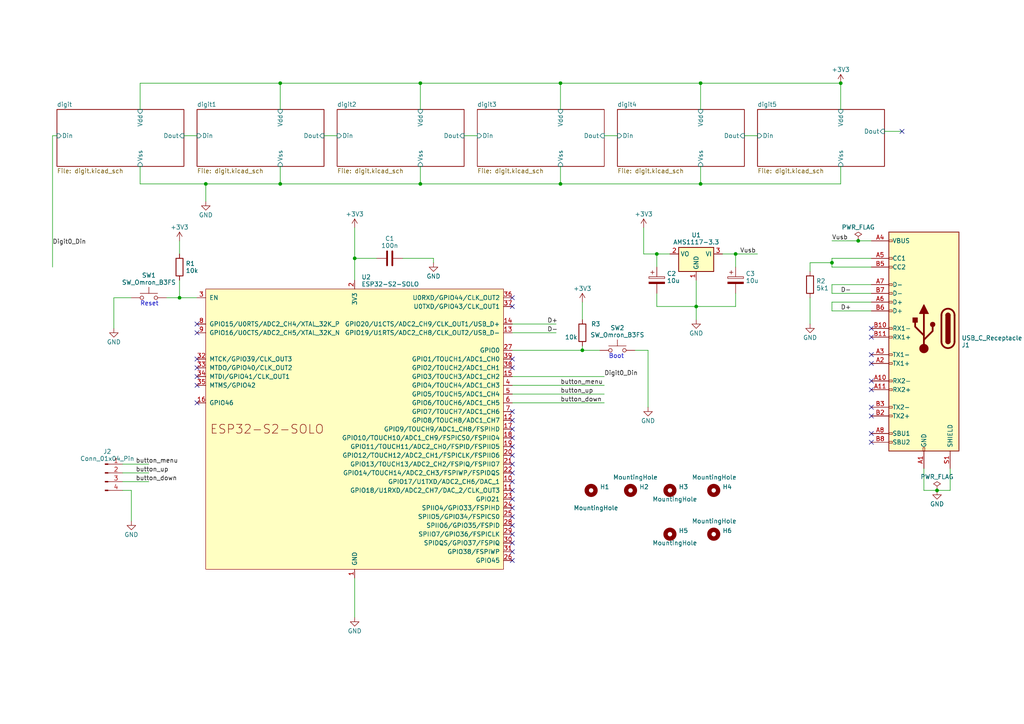
<source format=kicad_sch>
(kicad_sch (version 20230121) (generator eeschema)
  (paper "A4")
  (lib_symbols
    (symbol "Connector:Conn_01x04_Pin" (pin_names (offset 1.016) hide)
      (property "Reference" "J" (at 0 5.08 0))
      (property "Value" "Conn_01x04_Pin" (at 0 -7.62 0))
      (symbol "Conn_01x04_Pin_1_1"
        (polyline (pts (xy 1.27 -5.08) (xy 0.8636 -5.08)) (stroke (width 0.1524)))
        (polyline (pts (xy 1.27 -2.54) (xy 0.8636 -2.54)) (stroke (width 0.1524)))
        (polyline (pts (xy 1.27 0) (xy 0.8636 0)) (stroke (width 0.1524)))
        (polyline (pts (xy 1.27 2.54) (xy 0.8636 2.54)) (stroke (width 0.1524)))
        (rectangle (start 0.8636 -4.953) (end 0 -5.207) (stroke (width 0.1524)) (fill (type outline)))
        (rectangle (start 0.8636 -2.413) (end 0 -2.667) (stroke (width 0.1524)) (fill (type outline)))
        (rectangle (start 0.8636 0.127) (end 0 -0.127) (stroke (width 0.1524)) (fill (type outline)))
        (rectangle (start 0.8636 2.667) (end 0 2.413) (stroke (width 0.1524)) (fill (type outline)))
        (pin passive line (at 5.08 2.54 180) (length 3.81) (name "Pin_1") (number "1"))
        (pin passive line (at 5.08 0 180) (length 3.81) (name "Pin_2") (number "2"))
        (pin passive line (at 5.08 -2.54 180) (length 3.81) (name "Pin_3") (number "3"))
        (pin passive line (at 5.08 -5.08 180) (length 3.81) (name "Pin_4") (number "4"))
      )
    )
    (symbol "Connector:USB_C_Receptacle" (pin_names (offset 1.016))
      (property "Reference" "J" (at -10.16 29.21 0))
      (property "Value" "USB_C_Receptacle" (at 10.16 29.21 0))
      (symbol "USB_C_Receptacle_0_0"
        (rectangle (start -0.254 -35.56) (end 0.254 -34.544))
        (rectangle (start 10.16 -32.766) (end 9.144 -33.274))
        (rectangle (start 10.16 -30.226) (end 9.144 -30.734))
        (rectangle (start 10.16 -25.146) (end 9.144 -25.654))
        (rectangle (start 10.16 -22.606) (end 9.144 -23.114))
        (rectangle (start 10.16 -17.526) (end 9.144 -18.034))
        (rectangle (start 10.16 -14.986) (end 9.144 -15.494))
        (rectangle (start 10.16 -9.906) (end 9.144 -10.414))
        (rectangle (start 10.16 -7.366) (end 9.144 -7.874))
        (rectangle (start 10.16 -2.286) (end 9.144 -2.794))
        (rectangle (start 10.16 0.254) (end 9.144 -0.254))
        (rectangle (start 10.16 5.334) (end 9.144 4.826))
        (rectangle (start 10.16 7.874) (end 9.144 7.366))
        (rectangle (start 10.16 10.414) (end 9.144 9.906))
        (rectangle (start 10.16 12.954) (end 9.144 12.446))
        (rectangle (start 10.16 18.034) (end 9.144 17.526))
        (rectangle (start 10.16 20.574) (end 9.144 20.066))
        (rectangle (start 10.16 25.654) (end 9.144 25.146))
      )
      (symbol "USB_C_Receptacle_0_1"
        (rectangle (start -10.16 27.94) (end 10.16 -35.56) (stroke (width 0.254)) (fill (type background)))
        (arc (start -8.89 -3.81) (mid -6.985 -5.7067) (end -5.08 -3.81) (stroke (width 0.508)))
        (arc (start -7.62 -3.81) (mid -6.985 -4.4423) (end -6.35 -3.81) (stroke (width 0.254)))
        (arc (start -7.62 -3.81) (mid -6.985 -4.4423) (end -6.35 -3.81) (stroke (width 0.254)) (fill (type outline)))
        (rectangle (start -7.62 -3.81) (end -6.35 3.81) (stroke (width 0.254)) (fill (type outline)))
        (arc (start -6.35 3.81) (mid -6.985 4.4423) (end -7.62 3.81) (stroke (width 0.254)))
        (arc (start -6.35 3.81) (mid -6.985 4.4423) (end -7.62 3.81) (stroke (width 0.254)) (fill (type outline)))
        (arc (start -5.08 3.81) (mid -6.985 5.7067) (end -8.89 3.81) (stroke (width 0.508)))
        (polyline (pts (xy -8.89 -3.81) (xy -8.89 3.81)) (stroke (width 0.508)))
        (polyline (pts (xy -5.08 3.81) (xy -5.08 -3.81)) (stroke (width 0.508)))
      )
      (symbol "USB_C_Receptacle_1_1"
        (circle (center -2.54 1.143) (radius 0.635) (stroke (width 0.254)) (fill (type outline)))
        (circle (center 0 -5.842) (radius 1.27) (fill (type outline)))
        (polyline (pts (xy 0 -5.842) (xy 0 4.318)) (stroke (width 0.508)))
        (polyline (pts (xy 0 -3.302) (xy -2.54 -0.762) (xy -2.54 0.508)) (stroke (width 0.508)))
        (polyline (pts (xy 0 -2.032) (xy 2.54 0.508) (xy 2.54 1.778)) (stroke (width 0.508)))
        (polyline (pts (xy -1.27 4.318) (xy 0 6.858) (xy 1.27 4.318) (xy -1.27 4.318)) (stroke (width 0.254)) (fill (type outline)))
        (rectangle (start 1.905 1.778) (end 3.175 3.048) (stroke (width 0.254)) (fill (type outline)))
        (pin passive line (at 0 -40.64 90) (length 5.08) (name "GND") (number "A1"))
        (pin bidirectional line (at 15.24 -15.24 180) (length 5.08) (name "RX2-") (number "A10"))
        (pin bidirectional line (at 15.24 -17.78 180) (length 5.08) (name "RX2+") (number "A11"))
        (pin passive line (at 0 -40.64 90) (length 5.08) hide (name "GND") (number "A12"))
        (pin bidirectional line (at 15.24 -10.16 180) (length 5.08) (name "TX1+") (number "A2"))
        (pin bidirectional line (at 15.24 -7.62 180) (length 5.08) (name "TX1-") (number "A3"))
        (pin passive line (at 15.24 25.4 180) (length 5.08) (name "VBUS") (number "A4"))
        (pin bidirectional line (at 15.24 20.32 180) (length 5.08) (name "CC1") (number "A5"))
        (pin bidirectional line (at 15.24 7.62 180) (length 5.08) (name "D+") (number "A6"))
        (pin bidirectional line (at 15.24 12.7 180) (length 5.08) (name "D-") (number "A7"))
        (pin bidirectional line (at 15.24 -30.48 180) (length 5.08) (name "SBU1") (number "A8"))
        (pin passive line (at 15.24 25.4 180) (length 5.08) hide (name "VBUS") (number "A9"))
        (pin passive line (at 0 -40.64 90) (length 5.08) hide (name "GND") (number "B1"))
        (pin bidirectional line (at 15.24 0 180) (length 5.08) (name "RX1-") (number "B10"))
        (pin bidirectional line (at 15.24 -2.54 180) (length 5.08) (name "RX1+") (number "B11"))
        (pin passive line (at 0 -40.64 90) (length 5.08) hide (name "GND") (number "B12"))
        (pin bidirectional line (at 15.24 -25.4 180) (length 5.08) (name "TX2+") (number "B2"))
        (pin bidirectional line (at 15.24 -22.86 180) (length 5.08) (name "TX2-") (number "B3"))
        (pin passive line (at 15.24 25.4 180) (length 5.08) hide (name "VBUS") (number "B4"))
        (pin bidirectional line (at 15.24 17.78 180) (length 5.08) (name "CC2") (number "B5"))
        (pin bidirectional line (at 15.24 5.08 180) (length 5.08) (name "D+") (number "B6"))
        (pin bidirectional line (at 15.24 10.16 180) (length 5.08) (name "D-") (number "B7"))
        (pin bidirectional line (at 15.24 -33.02 180) (length 5.08) (name "SBU2") (number "B8"))
        (pin passive line (at 15.24 25.4 180) (length 5.08) hide (name "VBUS") (number "B9"))
        (pin passive line (at -7.62 -40.64 90) (length 5.08) (name "SHIELD") (number "S1"))
      )
    )
    (symbol "Device:C" (pin_numbers hide) (pin_names (offset 0.254))
      (property "Reference" "C" (at 0.635 2.54 0))
      (property "Value" "C" (at 0.635 -2.54 0))
      (symbol "C_0_1"
        (polyline (pts (xy -2.032 -0.762) (xy 2.032 -0.762)) (stroke (width 0.508)))
        (polyline (pts (xy -2.032 0.762) (xy 2.032 0.762)) (stroke (width 0.508)))
      )
      (symbol "C_1_1"
        (pin passive line (at 0 3.81 270) (length 2.794) (name "~") (number "1"))
        (pin passive line (at 0 -3.81 90) (length 2.794) (name "~") (number "2"))
      )
    )
    (symbol "Device:C_Polarized" (pin_numbers hide) (pin_names (offset 0.254))
      (property "Reference" "C" (at 0.635 2.54 0))
      (property "Value" "C_Polarized" (at 0.635 -2.54 0))
      (symbol "C_Polarized_0_1"
        (rectangle (start -2.286 0.508) (end 2.286 1.016))
        (polyline (pts (xy -1.778 2.286) (xy -0.762 2.286)))
        (polyline (pts (xy -1.27 2.794) (xy -1.27 1.778)))
        (rectangle (start 2.286 -0.508) (end -2.286 -1.016) (fill (type outline)))
      )
      (symbol "C_Polarized_1_1"
        (pin passive line (at 0 3.81 270) (length 2.794) (name "~") (number "1"))
        (pin passive line (at 0 -3.81 90) (length 2.794) (name "~") (number "2"))
      )
    )
    (symbol "Device:R" (pin_numbers hide) (pin_names (offset 0))
      (property "Reference" "R" (at 2.032 0 90))
      (property "Value" "R" (at 0 0 90))
      (symbol "R_0_1"
        (rectangle (start -1.016 -2.54) (end 1.016 2.54) (stroke (width 0.254)))
      )
      (symbol "R_1_1"
        (pin passive line (at 0 3.81 270) (length 1.27) (name "~") (number "1"))
        (pin passive line (at 0 -3.81 90) (length 1.27) (name "~") (number "2"))
      )
    )
    (symbol "Espressif:ESP32-S2-SOLO" (pin_names (offset 1.016))
      (property "Reference" "U" (at -43.18 45.72 0))
      (property "Value" "ESP32-S2-SOLO" (at -43.18 43.18 0))
      (symbol "ESP32-S2-SOLO_0_1"
        (rectangle (start -43.18 40.64) (end 43.18 -40.64) (fill (type background)))
      )
      (symbol "ESP32-S2-SOLO_1_1"
        (text "ESP32-S2-SOLO" (at -25.4 0 0) (effects (font (size 2.54 2.54))))
        (pin power_in line (at 0 -43.18 90) (length 2.54) (name "GND") (number "1"))
        (pin bidirectional line (at 45.72 -15.24 180) (length 2.54) (name "GPIO17/U1TXD/ADC2_CH6/DAC_1") (number "10"))
        (pin bidirectional line (at 45.72 -17.78 180) (length 2.54) (name "GPIO18/U1RXD/ADC2_CH7/DAC_2/CLK_OUT3") (number "11"))
        (pin bidirectional line (at 45.72 2.54 180) (length 2.54) (name "GPIO8/TOUCH8/ADC1_CH7") (number "12"))
        (pin bidirectional line (at 45.72 27.94 180) (length 2.54) (name "GPIO19/U1RTS/ADC2_CH8/CLK_OUT2/USB_D-") (number "13"))
        (pin bidirectional line (at 45.72 30.48 180) (length 2.54) (name "GPIO20/U1CTS/ADC2_CH9/CLK_OUT1/USB_D+") (number "14"))
        (pin bidirectional line (at 45.72 15.24 180) (length 2.54) (name "GPIO3/TOUCH3/ADC1_CH2") (number "15"))
        (pin input line (at -45.72 7.62 0) (length 2.54) (name "GPIO46") (number "16"))
        (pin bidirectional line (at 45.72 0 180) (length 2.54) (name "GPIO9/TOUCH9/ADC1_CH8/FSPIHD") (number "17"))
        (pin bidirectional line (at 45.72 -2.54 180) (length 2.54) (name "GPIO10/TOUCH10/ADC1_CH9/FSPICS0/FSPIIO4") (number "18"))
        (pin bidirectional line (at 45.72 -5.08 180) (length 2.54) (name "GPIO11/TOUCH11/ADC2_CH0/FSPID/FSPIIO5") (number "19"))
        (pin power_in line (at 0 43.18 270) (length 2.54) (name "3V3") (number "2"))
        (pin bidirectional line (at 45.72 -7.62 180) (length 2.54) (name "GPIO12/TOUCH12/ADC2_CH1/FSPICLK/FSPIIO6") (number "20"))
        (pin bidirectional line (at 45.72 -10.16 180) (length 2.54) (name "GPIO13/TOUCH13/ADC2_CH2/FSPIQ/FSPIIO7") (number "21"))
        (pin bidirectional line (at 45.72 -12.7 180) (length 2.54) (name "GPIO14/TOUCH14/ADC2_CH3/FSPIWP/FSPIDQS") (number "22"))
        (pin bidirectional line (at 45.72 -20.32 180) (length 2.54) (name "GPIO21") (number "23"))
        (pin bidirectional line (at 45.72 -22.86 180) (length 2.54) (name "SPIIO4/GPIO33/FSPIHD") (number "24"))
        (pin bidirectional line (at 45.72 -25.4 180) (length 2.54) (name "SPIIO5/GPIO34/FSPICS0") (number "25"))
        (pin bidirectional line (at 45.72 -38.1 180) (length 2.54) (name "GPIO45") (number "26"))
        (pin bidirectional line (at 45.72 22.86 180) (length 2.54) (name "GPIO0") (number "27"))
        (pin bidirectional line (at 45.72 -27.94 180) (length 2.54) (name "SPIIO6/GPIO35/FSPID") (number "28"))
        (pin bidirectional line (at 45.72 -30.48 180) (length 2.54) (name "SPIIO7/GPIO36/FSPICLK") (number "29"))
        (pin bidirectional line (at -45.72 38.1 0) (length 2.54) (name "EN") (number "3"))
        (pin bidirectional line (at 45.72 -33.02 180) (length 2.54) (name "SPIDQS/GPIO37/FSPIQ") (number "30"))
        (pin bidirectional line (at 45.72 -35.56 180) (length 2.54) (name "GPIO38/FSPIWP") (number "31"))
        (pin bidirectional line (at -45.72 20.32 0) (length 2.54) (name "MTCK/GPIO39/CLK_OUT3") (number "32"))
        (pin bidirectional line (at -45.72 17.78 0) (length 2.54) (name "MTDO/GPIO40/CLK_OUT2") (number "33"))
        (pin bidirectional line (at -45.72 15.24 0) (length 2.54) (name "MTDI/GPIO41/CLK_OUT1") (number "34"))
        (pin bidirectional line (at -45.72 12.7 0) (length 2.54) (name "MTMS/GPIO42") (number "35"))
        (pin bidirectional line (at 45.72 38.1 180) (length 2.54) (name "U0RXD/GPIO44/CLK_OUT2") (number "36"))
        (pin bidirectional line (at 45.72 35.56 180) (length 2.54) (name "U0TXD/GPIO43/CLK_OUT1") (number "37"))
        (pin bidirectional line (at 45.72 17.78 180) (length 2.54) (name "GPIO2/TOUCH2/ADC1_CH1") (number "38"))
        (pin bidirectional line (at 45.72 20.32 180) (length 2.54) (name "GPIO1/TOUCH1/ADC1_CH0") (number "39"))
        (pin bidirectional line (at 45.72 12.7 180) (length 2.54) (name "GPIO4/TOUCH4/ADC1_CH3") (number "4"))
        (pin passive line (at 0 -43.18 90) (length 2.54) hide (name "GND") (number "40"))
        (pin passive line (at 0 -43.18 90) (length 2.54) hide (name "GND") (number "41"))
        (pin bidirectional line (at 45.72 10.16 180) (length 2.54) (name "GPIO5/TOUCH5/ADC1_CH4") (number "5"))
        (pin bidirectional line (at 45.72 7.62 180) (length 2.54) (name "GPIO6/TOUCH6/ADC1_CH5") (number "6"))
        (pin bidirectional line (at 45.72 5.08 180) (length 2.54) (name "GPIO7/TOUCH7/ADC1_CH6") (number "7"))
        (pin bidirectional line (at -45.72 30.48 0) (length 2.54) (name "GPIO15/U0RTS/ADC2_CH4/XTAL_32K_P") (number "8"))
        (pin bidirectional line (at -45.72 27.94 0) (length 2.54) (name "GPIO16/U0CTS/ADC2_CH5/XTAL_32K_N") (number "9"))
      )
    )
    (symbol "Mechanical:MountingHole" (pin_names (offset 1.016))
      (property "Reference" "H" (at 0 5.08 0))
      (property "Value" "MountingHole" (at 0 3.175 0))
      (symbol "MountingHole_0_1"
        (circle (center 0 0) (radius 1.27) (stroke (width 1.27)))
      )
    )
    (symbol "Regulator_Linear:AMS1117-3.3"
      (property "Reference" "U" (at -3.81 3.175 0))
      (property "Value" "AMS1117-3.3" (at 0 3.175 0))
      (symbol "AMS1117-3.3_0_1"
        (rectangle (start -5.08 -5.08) (end 5.08 1.905) (stroke (width 0.254)) (fill (type background)))
      )
      (symbol "AMS1117-3.3_1_1"
        (pin power_in line (at 0 -7.62 90) (length 2.54) (name "GND") (number "1"))
        (pin power_out line (at 7.62 0 180) (length 2.54) (name "VO") (number "2"))
        (pin power_in line (at -7.62 0 0) (length 2.54) (name "VI") (number "3"))
      )
    )
    (symbol "Switch:SW_Omron_B3FS" (pin_numbers hide) (pin_names (offset 1.016) hide)
      (property "Reference" "SW" (at 1.27 2.54 0))
      (property "Value" "SW_Omron_B3FS" (at 0 -1.524 0))
      (symbol "SW_Omron_B3FS_0_1"
        (circle (center -2.032 0) (radius 0.508))
        (polyline (pts (xy 0 1.27) (xy 0 3.048)))
        (polyline (pts (xy 2.54 1.27) (xy -2.54 1.27)))
        (circle (center 2.032 0) (radius 0.508))
        (pin passive line (at -5.08 0 0) (length 2.54) (name "1") (number "1"))
        (pin passive line (at 5.08 0 180) (length 2.54) (name "2") (number "2"))
      )
    )
    (symbol "power:+3V3" (power) (pin_names (offset 0))
      (property "Value" "+3V3" (at 0 3.556 0))
      (symbol "+3V3_0_1"
        (polyline (pts (xy -0.762 1.27) (xy 0 2.54)))
        (polyline (pts (xy 0 0) (xy 0 2.54)))
        (polyline (pts (xy 0 2.54) (xy 0.762 1.27)))
      )
      (symbol "+3V3_1_1"
        (pin power_in line (at 0 0 90) (length 0) hide (name "+3V3") (number "1"))
      )
    )
    (symbol "power:GND" (power) (pin_names (offset 0))
      (property "Value" "GND" (at 0 -3.81 0))
      (symbol "GND_0_1"
        (polyline (pts (xy 0 0) (xy 0 -1.27) (xy 1.27 -1.27) (xy 0 -2.54) (xy -1.27 -1.27) (xy 0 -1.27)))
      )
      (symbol "GND_1_1"
        (pin power_in line (at 0 0 270) (length 0) hide (name "GND") (number "1"))
      )
    )
    (symbol "power:PWR_FLAG" (power) (pin_numbers hide) (pin_names (offset 0) hide)
      (property "Value" "PWR_FLAG" (at 0 3.81 0))
      (symbol "PWR_FLAG_0_0"
        (pin power_out line (at 0 0 90) (length 0) (name "pwr") (number "1"))
      )
      (symbol "PWR_FLAG_0_1"
        (polyline (pts (xy 0 0) (xy 0 1.27) (xy -1.016 1.905) (xy 0 2.54) (xy 1.016 1.905) (xy 0 1.27)))
      )
    )
  )
  (junction (at 121.92 53.34))
  (junction (at 162.56 53.34))
  (junction (at 213.36 73.66))
  (junction (at 203.2 53.34))
  (junction (at 243.84 24.13))
  (junction (at 203.2 24.13))
  (junction (at 102.87 74.93))
  (junction (at 248.92 69.85))
  (junction (at 201.93 88.9))
  (junction (at 168.91 101.6))
  (junction (at 52.07 86.36))
  (junction (at 59.69 53.34))
  (junction (at 81.28 53.34))
  (junction (at 81.28 24.13))
  (junction (at 162.56 24.13))
  (junction (at 121.92 24.13))
  (junction (at 271.78 142.24))
  (junction (at 190.5 73.66))
  (junction (at 241.3 76.2))
  (no_connect (at 57.15 111.76))
  (no_connect (at 148.59 127))
  (no_connect (at 252.73 102.87))
  (no_connect (at 252.73 125.73))
  (no_connect (at 148.59 86.36))
  (no_connect (at 252.73 128.27))
  (no_connect (at 148.59 139.7))
  (no_connect (at 148.59 160.02))
  (no_connect (at 148.59 144.78))
  (no_connect (at 148.59 152.4))
  (no_connect (at 148.59 154.94))
  (no_connect (at 252.73 97.79))
  (no_connect (at 148.59 124.46))
  (no_connect (at 57.15 116.84))
  (no_connect (at 148.59 88.9))
  (no_connect (at 148.59 134.62))
  (no_connect (at 261.62 38.1))
  (no_connect (at 148.59 142.24))
  (no_connect (at 148.59 119.38))
  (no_connect (at 57.15 106.68))
  (no_connect (at 252.73 113.03))
  (no_connect (at 252.73 105.41))
  (no_connect (at 148.59 129.54))
  (no_connect (at 57.15 96.52))
  (no_connect (at 252.73 110.49))
  (no_connect (at 57.15 109.22))
  (no_connect (at 148.59 162.56))
  (no_connect (at 148.59 106.68))
  (no_connect (at 252.73 118.11))
  (no_connect (at 148.59 147.32))
  (no_connect (at 148.59 157.48))
  (no_connect (at 57.15 93.98))
  (no_connect (at 148.59 121.92))
  (no_connect (at 252.73 95.25))
  (no_connect (at 252.73 120.65))
  (no_connect (at 148.59 104.14))
  (no_connect (at 148.59 132.08))
  (no_connect (at 148.59 137.16))
  (no_connect (at 57.15 104.14))
  (no_connect (at 148.59 149.86))
  (wire (pts (xy 203.2 53.34) (xy 162.56 53.34)))
  (wire (pts (xy 40.64 24.13) (xy 81.28 24.13)))
  (wire (pts (xy 15.24 39.37) (xy 15.24 77.47)))
  (wire (pts (xy 241.3 87.63) (xy 252.73 87.63)))
  (wire (pts (xy 38.1 142.24) (xy 38.1 151.13)))
  (wire (pts (xy 121.92 31.75) (xy 121.92 24.13)))
  (wire (pts (xy 248.92 69.85) (xy 252.73 69.85)))
  (wire (pts (xy 40.64 53.34) (xy 59.69 53.34)))
  (wire (pts (xy 213.36 85.09) (xy 213.36 88.9)))
  (wire (pts (xy 234.95 76.2) (xy 241.3 76.2)))
  (wire (pts (xy 162.56 48.26) (xy 162.56 53.34)))
  (wire (pts (xy 168.91 87.63) (xy 168.91 92.71)))
  (wire (pts (xy 33.02 86.36) (xy 33.02 95.25)))
  (wire (pts (xy 241.3 74.93) (xy 241.3 76.2)))
  (wire (pts (xy 59.69 53.34) (xy 59.69 58.42)))
  (wire (pts (xy 121.92 24.13) (xy 81.28 24.13)))
  (wire (pts (xy 93.98 39.37) (xy 97.79 39.37)))
  (wire (pts (xy 186.69 66.04) (xy 186.69 73.66)))
  (wire (pts (xy 190.5 73.66) (xy 190.5 77.47)))
  (wire (pts (xy 267.97 135.89) (xy 267.97 142.24)))
  (wire (pts (xy 148.59 114.3) (xy 175.26 114.3)))
  (wire (pts (xy 40.64 48.26) (xy 40.64 53.34)))
  (wire (pts (xy 234.95 78.74) (xy 234.95 76.2)))
  (wire (pts (xy 59.69 53.34) (xy 81.28 53.34)))
  (wire (pts (xy 241.3 69.85) (xy 248.92 69.85)))
  (wire (pts (xy 35.56 137.16) (xy 43.18 137.16)))
  (wire (pts (xy 201.93 88.9) (xy 213.36 88.9)))
  (wire (pts (xy 35.56 134.62) (xy 43.18 134.62)))
  (wire (pts (xy 243.84 31.75) (xy 243.84 24.13)))
  (wire (pts (xy 213.36 73.66) (xy 219.71 73.66)))
  (wire (pts (xy 148.59 101.6) (xy 168.91 101.6)))
  (wire (pts (xy 252.73 74.93) (xy 241.3 74.93)))
  (wire (pts (xy 16.51 39.37) (xy 15.24 39.37)))
  (wire (pts (xy 102.87 74.93) (xy 102.87 81.28)))
  (wire (pts (xy 121.92 48.26) (xy 121.92 53.34)))
  (wire (pts (xy 52.07 81.28) (xy 52.07 86.36)))
  (wire (pts (xy 38.1 86.36) (xy 33.02 86.36)))
  (wire (pts (xy 271.78 142.24) (xy 275.59 142.24)))
  (wire (pts (xy 241.3 85.09) (xy 241.3 82.55)))
  (wire (pts (xy 35.56 139.7) (xy 43.18 139.7)))
  (wire (pts (xy 148.59 93.98) (xy 161.29 93.98)))
  (wire (pts (xy 209.55 73.66) (xy 213.36 73.66)))
  (wire (pts (xy 201.93 88.9) (xy 201.93 92.71)))
  (wire (pts (xy 203.2 24.13) (xy 162.56 24.13)))
  (wire (pts (xy 243.84 53.34) (xy 203.2 53.34)))
  (wire (pts (xy 35.56 142.24) (xy 38.1 142.24)))
  (wire (pts (xy 184.15 101.6) (xy 187.96 101.6)))
  (wire (pts (xy 162.56 24.13) (xy 121.92 24.13)))
  (wire (pts (xy 275.59 142.24) (xy 275.59 135.89)))
  (wire (pts (xy 194.31 73.66) (xy 190.5 73.66)))
  (wire (pts (xy 234.95 86.36) (xy 234.95 93.98)))
  (wire (pts (xy 148.59 109.22) (xy 175.26 109.22)))
  (wire (pts (xy 162.56 31.75) (xy 162.56 24.13)))
  (wire (pts (xy 121.92 53.34) (xy 81.28 53.34)))
  (wire (pts (xy 102.87 74.93) (xy 109.22 74.93)))
  (wire (pts (xy 175.26 39.37) (xy 179.07 39.37)))
  (wire (pts (xy 102.87 167.64) (xy 102.87 179.07)))
  (wire (pts (xy 168.91 101.6) (xy 173.99 101.6)))
  (wire (pts (xy 241.3 76.2) (xy 241.3 77.47)))
  (wire (pts (xy 190.5 73.66) (xy 186.69 73.66)))
  (wire (pts (xy 252.73 90.17) (xy 241.3 90.17)))
  (wire (pts (xy 102.87 66.04) (xy 102.87 74.93)))
  (wire (pts (xy 213.36 73.66) (xy 213.36 77.47)))
  (wire (pts (xy 190.5 88.9) (xy 201.93 88.9)))
  (wire (pts (xy 256.54 38.1) (xy 261.62 38.1)))
  (wire (pts (xy 116.84 74.93) (xy 125.73 74.93)))
  (wire (pts (xy 241.3 90.17) (xy 241.3 87.63)))
  (wire (pts (xy 203.2 48.26) (xy 203.2 53.34)))
  (wire (pts (xy 48.26 86.36) (xy 52.07 86.36)))
  (wire (pts (xy 125.73 74.93) (xy 125.73 76.2)))
  (wire (pts (xy 203.2 31.75) (xy 203.2 24.13)))
  (wire (pts (xy 190.5 85.09) (xy 190.5 88.9)))
  (wire (pts (xy 148.59 116.84) (xy 175.26 116.84)))
  (wire (pts (xy 215.9 39.37) (xy 219.71 39.37)))
  (wire (pts (xy 148.59 111.76) (xy 175.26 111.76)))
  (wire (pts (xy 81.28 24.13) (xy 81.28 31.75)))
  (wire (pts (xy 241.3 82.55) (xy 252.73 82.55)))
  (wire (pts (xy 201.93 81.28) (xy 201.93 88.9)))
  (wire (pts (xy 267.97 142.24) (xy 271.78 142.24)))
  (wire (pts (xy 40.64 31.75) (xy 40.64 24.13)))
  (wire (pts (xy 252.73 85.09) (xy 241.3 85.09)))
  (wire (pts (xy 243.84 24.13) (xy 203.2 24.13)))
  (wire (pts (xy 162.56 53.34) (xy 121.92 53.34)))
  (wire (pts (xy 168.91 100.33) (xy 168.91 101.6)))
  (wire (pts (xy 134.62 39.37) (xy 138.43 39.37)))
  (wire (pts (xy 52.07 69.85) (xy 52.07 73.66)))
  (wire (pts (xy 52.07 86.36) (xy 57.15 86.36)))
  (wire (pts (xy 187.96 101.6) (xy 187.96 118.11)))
  (wire (pts (xy 243.84 48.26) (xy 243.84 53.34)))
  (wire (pts (xy 53.34 39.37) (xy 57.15 39.37)))
  (wire (pts (xy 148.59 96.52) (xy 161.29 96.52)))
  (wire (pts (xy 81.28 53.34) (xy 81.28 48.26)))
  (wire (pts (xy 241.3 77.47) (xy 252.73 77.47)))
  (text "Reset" (at 40.64 88.9 0) (effects (font (size 1.27 1.27)) (justify left bottom)))
  (text "Boot" (at 176.53 104.14 0) (effects (font (size 1.27 1.27)) (justify left bottom)))
  (label "button_menu" (at 162.56 111.76 0))
  (label "D-" (at 243.84 85.09 0))
  (label "Vusb" (at 214.63 73.66 0))
  (label "button_down" (at 39.37 139.7 0))
  (label "Digit0_Din" (at 175.26 109.22 0))
  (label "button_menu" (at 39.37 134.62 0))
  (label "D-" (at 158.75 96.52 0))
  (label "Vusb" (at 241.3 69.85 0))
  (label "button_up" (at 39.37 137.16 0))
  (label "D+" (at 243.84 90.17 0))
  (label "Digit0_Din" (at 15.24 71.12 0))
  (label "button_down" (at 162.56 116.84 0))
  (label "D+" (at 158.75 93.98 0))
  (label "button_up" (at 162.56 114.3 0))
  (symbol (lib_id "power:PWR_FLAG") (at 248.92 69.85 0) (unit 1)
    (property "Reference" "#FLG01" (effects hide))
    (property "Value" "PWR_FLAG" (at 248.92 65.905 0))
  )
  (symbol (lib_id "power:GND") (at 59.69 58.42 0) (unit 1)
    (property "Reference" "#PWR02" (effects hide))
    (property "Value" "GND" (at 59.69 62.365 0))
  )
  (symbol (lib_id "Device:C_Polarized") (at 213.36 81.28 0) (unit 1)
    (property "Reference" "C3" (at 216.281 79.367 0) (effects (justify left)))
    (property "Value" "10u" (at 216.281 81.415 0) (effects (justify left)))
    (property "Footprint" "Capacitor_SMD:CP_Elec_4x5.4" (effects hide))
    (property "LCSC" "C4747969" (effects hide))
  )
  (symbol (lib_id "Connector:USB_C_Receptacle") (at 267.97 95.25 0) (mirror y) (unit 1)
    (property "Reference" "J1" (at 278.892 100.084 0) (effects (justify right)))
    (property "Value" "USB_C_Receptacle" (at 278.892 98.036 0) (effects (justify right)))
    (property "Footprint" "Connector_USB:USB_C_Receptacle_HRO_TYPE-C-31-M-12" (effects hide))
    (property "Datasheet" "https://www.usb.org/sites/default/files/documents/usb_type-c.zip" (effects hide))
    (property "LCSC" "C709357" (effects hide))
  )
  (symbol (lib_id "Device:C_Polarized") (at 190.5 81.28 0) (unit 1)
    (property "Reference" "C2" (at 193.421 79.367 0) (effects (justify left)))
    (property "Value" "10u" (at 193.421 81.415 0) (effects (justify left)))
    (property "Footprint" "Capacitor_SMD:CP_Elec_4x5.4" (effects hide))
    (property "LCSC" "C4747969" (effects hide))
  )
  (symbol (lib_id "power:+3V3") (at 102.87 66.04 0) (unit 1)
    (property "Reference" "#PWR03" (effects hide))
    (property "Value" "+3V3" (at 102.87 62.095 0))
  )
  (symbol (lib_id "Mechanical:MountingHole") (at 171.45 142.24 0) (unit 1)
    (property "Reference" "H1" (at 173.99 141.216 0) (effects (justify left)))
    (property "Value" "MountingHole" (at 166.37 147.32 0) (effects (justify left)))
    (property "Footprint" "MountingHole:MountingHole_3.2mm_M3" (effects hide))
  )
  (symbol (lib_id "power:+3V3") (at 52.07 69.85 0) (unit 1)
    (property "Reference" "#PWR05" (effects hide))
    (property "Value" "+3V3" (at 52.07 65.905 0))
  )
  (symbol (lib_id "Connector:Conn_01x04_Pin") (at 30.48 137.16 0) (unit 1)
    (property "Reference" "J2" (at 31.115 130.9638 0))
    (property "Value" "Conn_01x04_Pin" (at 31.115 133.0118 0))
    (property "Footprint" "Connector_Molex:Molex_KK-254_AE-6410-04A_1x04_P2.54mm_Vertical" (effects hide))
    (property "LCSC" "C541858" (effects hide))
  )
  (symbol (lib_id "Switch:SW_Omron_B3FS") (at 43.18 86.36 0) (unit 1)
    (property "Reference" "SW1" (at 43.18 79.859 0))
    (property "Value" "SW_Omron_B3FS" (at 43.18 81.907 0))
    (property "Footprint" "Button_Switch_SMD:SW_SPST_Omron_B3FS-100xP" (effects hide))
    (property "Datasheet" "https://omronfs.omron.com/en_US/ecb/products/pdf/en-b3fs.pdf" (effects hide))
    (property "LCSC" "C271753" (effects hide))
  )
  (symbol (lib_id "Device:R") (at 168.91 96.52 0) (unit 1)
    (property "Reference" "R3" (at 171.45 93.98 0) (effects (justify left)))
    (property "Value" "10k" (at 163.83 97.79 0) (effects (justify left)))
    (property "Footprint" "Resistor_SMD:R_0402_1005Metric" (effects hide))
    (property "LCSC" "C2074114" (effects hide))
  )
  (symbol (lib_id "power:PWR_FLAG") (at 271.78 142.24 0) (unit 1)
    (property "Reference" "#FLG02" (effects hide))
    (property "Value" "PWR_FLAG" (at 271.78 138.295 0))
  )
  (symbol (lib_id "Mechanical:MountingHole") (at 182.88 142.24 0) (unit 1)
    (property "Reference" "H2" (at 185.42 141.216 0) (effects (justify left)))
    (property "Value" "MountingHole" (at 177.8 138.43 0) (effects (justify left)))
    (property "Footprint" "MountingHole:MountingHole_3.2mm_M3" (effects hide))
  )
  (symbol (lib_id "Device:C") (at 113.03 74.93 90) (unit 1)
    (property "Reference" "C1" (at 113.03 69.191 90))
    (property "Value" "100n" (at 113.03 71.239 90))
    (property "Footprint" "Capacitor_SMD:C_0603_1608Metric" (effects hide))
    (property "LCSC" "C282519" (effects hide))
  )
  (symbol (lib_id "Mechanical:MountingHole") (at 207.01 142.24 0) (unit 1)
    (property "Reference" "H4" (at 209.55 141.216 0) (effects (justify left)))
    (property "Value" "MountingHole" (at 200.66 138.43 0) (effects (justify left)))
    (property "Footprint" "MountingHole:MountingHole_3.2mm_M3" (effects hide))
  )
  (symbol (lib_id "power:+3V3") (at 186.69 66.04 0) (unit 1)
    (property "Reference" "#PWR04" (effects hide))
    (property "Value" "+3V3" (at 186.69 62.095 0))
  )
  (symbol (lib_id "Switch:SW_Omron_B3FS") (at 179.07 101.6 0) (unit 1)
    (property "Reference" "SW2" (at 179.07 95.099 0))
    (property "Value" "SW_Omron_B3FS" (at 179.07 97.147 0))
    (property "Footprint" "Button_Switch_SMD:SW_SPST_Omron_B3FS-100xP" (effects hide))
    (property "Datasheet" "https://omronfs.omron.com/en_US/ecb/products/pdf/en-b3fs.pdf" (effects hide))
    (property "LCSC" "C271753" (effects hide))
  )
  (symbol (lib_id "power:GND") (at 187.96 118.11 0) (unit 1)
    (property "Reference" "#PWR011" (effects hide))
    (property "Value" "GND" (at 187.96 122.055 0))
  )
  (symbol (lib_id "Mechanical:MountingHole") (at 194.31 154.94 0) (unit 1)
    (property "Reference" "H5" (at 196.85 153.916 0) (effects (justify left)))
    (property "Value" "MountingHole" (at 189.23 157.48 0) (effects (justify left)))
    (property "Footprint" "MountingHole:MountingHole_3.2mm_M3" (effects hide))
  )
  (symbol (lib_id "power:GND") (at 271.78 142.24 0) (mirror y) (unit 1)
    (property "Reference" "#PWR012" (effects hide))
    (property "Value" "GND" (at 271.78 146.185 0))
  )
  (symbol (lib_id "Device:R") (at 52.07 77.47 0) (unit 1)
    (property "Reference" "R1" (at 53.848 76.446 0) (effects (justify left)))
    (property "Value" "10k" (at 53.848 78.494 0) (effects (justify left)))
    (property "Footprint" "Resistor_SMD:R_0402_1005Metric" (effects hide))
    (property "LCSC" "C2074114" (effects hide))
  )
  (symbol (lib_id "Espressif:ESP32-S2-SOLO") (at 102.87 124.46 0) (unit 1)
    (property "Reference" "U2" (at 104.8259 80.367 0) (effects (justify left)))
    (property "Value" "ESP32-S2-SOLO" (at 104.8259 82.415 0) (effects (justify left)))
    (property "Footprint" "Espressif:ESP32-S2-SOLO" (effects hide))
    (property "Datasheet" "https://www.espressif.com/sites/default/files/documentation/esp32-s2-solo_esp32-s2-solo-u_datasheet_en.pdf" (effects hide))
    (property "LCSC" "C3040594" (effects hide))
  )
  (symbol (lib_id "Regulator_Linear:AMS1117-3.3") (at 201.93 73.66 0) (mirror y) (unit 1)
    (property "Reference" "U1" (at 201.93 68.175 0))
    (property "Value" "AMS1117-3.3" (at 201.93 70.223 0))
    (property "Footprint" "Package_TO_SOT_SMD:SOT-223-3_TabPin2" (effects hide))
    (property "Datasheet" "http://www.advanced-monolithic.com/pdf/ds1117.pdf" (effects hide))
    (property "LCSC" "C5181460" (effects hide))
  )
  (symbol (lib_id "power:GND") (at 33.02 95.25 0) (unit 1)
    (property "Reference" "#PWR010" (effects hide))
    (property "Value" "GND" (at 33.02 99.195 0))
  )
  (symbol (lib_id "power:GND") (at 102.87 179.07 0) (unit 1)
    (property "Reference" "#PWR013" (effects hide))
    (property "Value" "GND" (at 102.87 183.015 0))
  )
  (symbol (lib_id "Mechanical:MountingHole") (at 194.31 142.24 0) (unit 1)
    (property "Reference" "H3" (at 196.85 141.216 0) (effects (justify left)))
    (property "Value" "MountingHole" (at 189.23 144.78 0) (effects (justify left)))
    (property "Footprint" "MountingHole:MountingHole_3.2mm_M3" (effects hide))
  )
  (symbol (lib_id "power:GND") (at 125.73 76.2 0) (unit 1)
    (property "Reference" "#PWR06" (effects hide))
    (property "Value" "GND" (at 125.73 80.145 0))
  )
  (symbol (lib_id "power:GND") (at 201.93 92.71 0) (unit 1)
    (property "Reference" "#PWR08" (effects hide))
    (property "Value" "GND" (at 201.93 96.655 0))
  )
  (symbol (lib_id "power:GND") (at 234.95 93.98 0) (unit 1)
    (property "Reference" "#PWR09" (effects hide))
    (property "Value" "GND" (at 234.95 97.925 0))
  )
  (symbol (lib_id "power:GND") (at 38.1 151.13 0) (unit 1)
    (property "Reference" "#PWR014" (effects hide))
    (property "Value" "GND" (at 38.1 155.075 0))
  )
  (symbol (lib_id "Device:R") (at 234.95 82.55 0) (unit 1)
    (property "Reference" "R2" (at 236.728 81.526 0) (effects (justify left)))
    (property "Value" "5k1" (at 236.728 83.574 0) (effects (justify left)))
    (property "Footprint" "Resistor_SMD:R_0402_1005Metric" (effects hide))
    (property "LCSC" "C274895" (effects hide))
  )
  (symbol (lib_id "Mechanical:MountingHole") (at 207.01 154.94 0) (unit 1)
    (property "Reference" "H6" (at 209.55 153.916 0) (effects (justify left)))
    (property "Value" "MountingHole" (at 200.66 151.13 0) (effects (justify left)))
    (property "Footprint" "MountingHole:MountingHole_3.2mm_M3" (effects hide))
  )
  (symbol (lib_id "power:+3V3") (at 243.84 24.13 0) (unit 1)
    (property "Reference" "#PWR01" (effects hide))
    (property "Value" "+3V3" (at 243.84 20.185 0))
  )
  (symbol (lib_id "power:+3V3") (at 168.91 87.63 0) (unit 1)
    (property "Reference" "#PWR07" (effects hide))
    (property "Value" "+3V3" (at 168.91 83.685 0))
  )
  (sheet (at 57.15 31.75) (size 36.83 16.51) (stroke (width 0.1524))
    (property "Sheetname" "digit1" (at 57.15 31.0384 0) (effects (justify left bottom)))
    (property "Sheetfile" "digit.kicad_sch" (at 57.15 48.8446 0) (effects (justify left top)))
    (pin "Dout" input (at 93.98 39.37 0))
    (pin "Vdd" input (at 81.28 31.75 90))
    (pin "Vss" input (at 81.28 48.26 270))
    (pin "Din" input (at 57.15 39.37 180))
  )
  (sheet (at 97.79 31.75) (size 36.83 16.51) (stroke (width 0.1524))
    (property "Sheetname" "digit2" (at 97.79 31.0384 0) (effects (justify left bottom)))
    (property "Sheetfile" "digit.kicad_sch" (at 97.79 48.8446 0) (effects (justify left top)))
    (pin "Dout" input (at 134.62 39.37 0))
    (pin "Vdd" input (at 121.92 31.75 90))
    (pin "Vss" input (at 121.92 48.26 270))
    (pin "Din" input (at 97.79 39.37 180))
  )
  (sheet (at 138.43 31.75) (size 36.83 16.51) (stroke (width 0.1524))
    (property "Sheetname" "digit3" (at 138.43 31.0384 0) (effects (justify left bottom)))
    (property "Sheetfile" "digit.kicad_sch" (at 138.43 48.8446 0) (effects (justify left top)))
    (pin "Dout" input (at 175.26 39.37 0))
    (pin "Vdd" input (at 162.56 31.75 90))
    (pin "Vss" input (at 162.56 48.26 270))
    (pin "Din" input (at 138.43 39.37 180))
  )
  (sheet (at 16.51 31.75) (size 36.83 16.51) (stroke (width 0.1524))
    (property "Sheetname" "digit" (at 16.51 31.0384 0) (effects (justify left bottom)))
    (property "Sheetfile" "digit.kicad_sch" (at 16.51 48.8446 0) (effects (justify left top)))
    (pin "Dout" input (at 53.34 39.37 0))
    (pin "Vdd" input (at 40.64 31.75 90))
    (pin "Vss" input (at 40.64 48.26 270))
    (pin "Din" input (at 16.51 39.37 180))
  )
  (sheet (at 219.71 31.75) (size 36.83 16.51) (stroke (width 0.1524))
    (property "Sheetname" "digit5" (at 219.71 31.0384 0) (effects (justify left bottom)))
    (property "Sheetfile" "digit.kicad_sch" (at 219.71 48.8446 0) (effects (justify left top)))
    (pin "Dout" input (at 256.54 38.1 0))
    (pin "Vdd" input (at 243.84 31.75 90))
    (pin "Vss" input (at 243.84 48.26 270))
    (pin "Din" input (at 219.71 39.37 180))
  )
  (sheet (at 179.07 31.75) (size 36.83 16.51) (stroke (width 0.1524))
    (property "Sheetname" "digit4" (at 179.07 31.0384 0) (effects (justify left bottom)))
    (property "Sheetfile" "digit.kicad_sch" (at 179.07 48.8446 0) (effects (justify left top)))
    (pin "Dout" input (at 215.9 39.37 0))
    (pin "Vdd" input (at 203.2 31.75 90))
    (pin "Vss" input (at 203.2 48.26 270))
    (pin "Din" input (at 179.07 39.37 180))
  )
)
</source>
